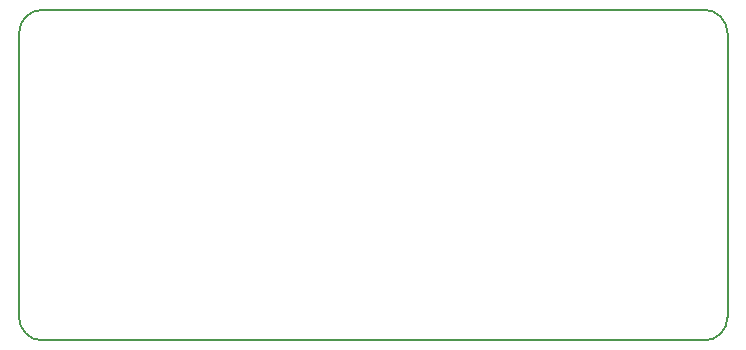
<source format=gbr>
%TF.GenerationSoftware,KiCad,Pcbnew,6.0.2+dfsg-1*%
%TF.CreationDate,2022-08-30T22:44:59-05:00*%
%TF.ProjectId,Rocket Tracker,526f636b-6574-4205-9472-61636b65722e,rev?*%
%TF.SameCoordinates,Original*%
%TF.FileFunction,Profile,NP*%
%FSLAX46Y46*%
G04 Gerber Fmt 4.6, Leading zero omitted, Abs format (unit mm)*
G04 Created by KiCad (PCBNEW 6.0.2+dfsg-1) date 2022-08-30 22:44:59*
%MOMM*%
%LPD*%
G01*
G04 APERTURE LIST*
%TA.AperFunction,Profile*%
%ADD10C,0.200000*%
%TD*%
G04 APERTURE END LIST*
D10*
X128000000Y-114000000D02*
G75*
G03*
X130000000Y-112000000I1J1999999D01*
G01*
X70000000Y-112000000D02*
X70000000Y-88000000D01*
X130000000Y-88000000D02*
X130000000Y-112000000D01*
X70000000Y-112000000D02*
G75*
G03*
X72000000Y-114000000I1999999J-1D01*
G01*
X128000000Y-114000000D02*
X72000000Y-114000000D01*
X72000000Y-86000000D02*
X128000000Y-86000000D01*
X72000000Y-86000000D02*
G75*
G03*
X70000000Y-88000000I-1J-1999999D01*
G01*
X130000000Y-88000000D02*
G75*
G03*
X128000000Y-86000000I-1999999J1D01*
G01*
M02*

</source>
